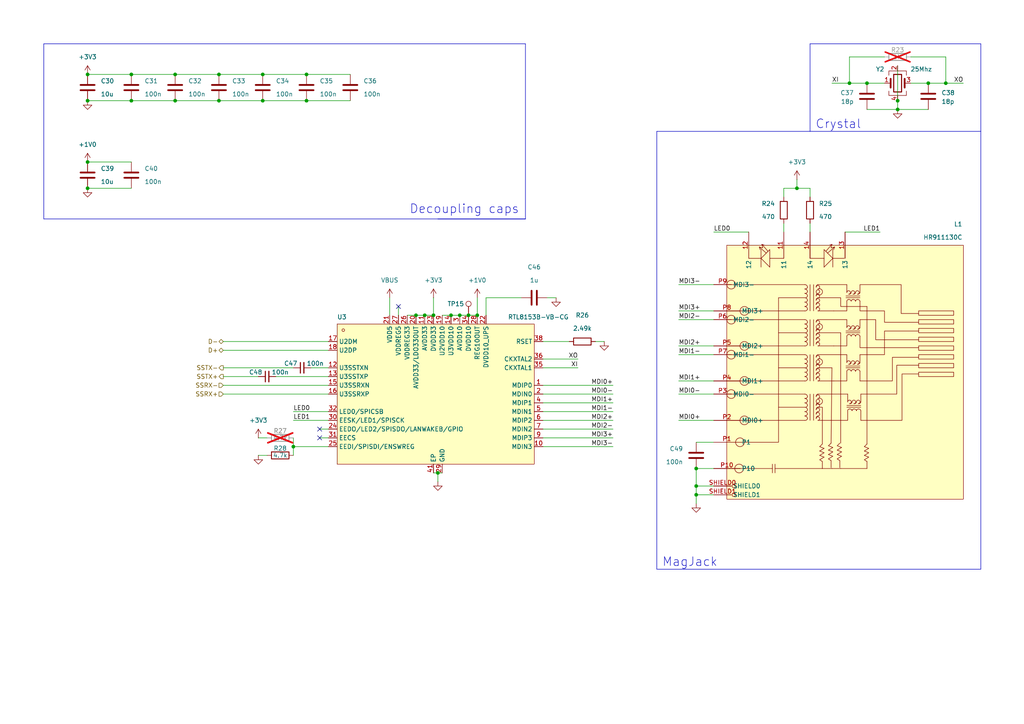
<source format=kicad_sch>
(kicad_sch (version 20250114) (generator "eeschema") (generator_version "9.0")
  (paper "A4")
  (lib_symbols
    (symbol "Connector:TestPoint" (pin_numbers (hide yes)) (pin_names (offset 0.762) (hide yes))
      (property "Reference" "TP" (at 0 6.858 0))
      (property "Value" "TestPoint" (at 0 5.08 0))
      (symbol "TestPoint_0_1"
        (circle (center 0 3.302) (radius 0.762))
      )
      (symbol "TestPoint_1_1"
        (pin passive line (at 0 0 90) (length 2.54) (name "1") (number "1"))
      )
    )
    (symbol "Device:C" (pin_numbers (hide yes)) (pin_names (offset 0.254))
      (property "Reference" "C" (at 0.635 2.54 0))
      (property "Value" "C" (at 0.635 -2.54 0))
      (symbol "C_0_1"
        (polyline (pts (xy -2.032 0.762) (xy 2.032 0.762)) (stroke (width 0.508)))
        (polyline (pts (xy -2.032 -0.762) (xy 2.032 -0.762)) (stroke (width 0.508)))
      )
      (symbol "C_1_1"
        (pin passive line (at 0 3.81 270) (length 2.794) (name "~") (number "1"))
        (pin passive line (at 0 -3.81 90) (length 2.794) (name "~") (number "2"))
      )
    )
    (symbol "Device:C_Small" (pin_numbers (hide yes)) (pin_names (offset 0.254) (hide yes))
      (property "Reference" "C" (at 0.254 1.778 0))
      (property "Value" "C_Small" (at 0.254 -2.032 0))
      (symbol "C_Small_0_1"
        (polyline (pts (xy -1.524 0.508) (xy 1.524 0.508)) (stroke (width 0.3048)))
        (polyline (pts (xy -1.524 -0.508) (xy 1.524 -0.508)) (stroke (width 0.3302)))
      )
      (symbol "C_Small_1_1"
        (pin passive line (at 0 2.54 270) (length 2.032) (name "~") (number "1"))
        (pin passive line (at 0 -2.54 90) (length 2.032) (name "~") (number "2"))
      )
    )
    (symbol "Device:Crystal_GND24" (pin_names (offset 1.016) (hide yes))
      (property "Reference" "Y" (at 3.175 5.08 0))
      (property "Value" "Crystal_GND24" (at 3.175 3.175 0))
      (symbol "Crystal_GND24_0_1"
        (polyline (pts (xy -2.54 2.286) (xy -2.54 3.556) (xy 2.54 3.556) (xy 2.54 2.286)))
        (polyline (pts (xy -2.54 0) (xy -2.032 0)))
        (polyline (pts (xy -2.54 -2.286) (xy -2.54 -3.556) (xy 2.54 -3.556) (xy 2.54 -2.286)))
        (polyline (pts (xy -2.032 -1.27) (xy -2.032 1.27)) (stroke (width 0.508)))
        (rectangle (start -1.143 2.54) (end 1.143 -2.54) (stroke (width 0.3048)))
        (polyline (pts (xy 0 3.556) (xy 0 3.81)))
        (polyline (pts (xy 0 -3.81) (xy 0 -3.556)))
        (polyline (pts (xy 2.032 0) (xy 2.54 0)))
        (polyline (pts (xy 2.032 -1.27) (xy 2.032 1.27)) (stroke (width 0.508)))
      )
      (symbol "Crystal_GND24_1_1"
        (pin passive line (at -3.81 0 0) (length 1.27) (name "1") (number "1"))
        (pin passive line (at 0 5.08 270) (length 1.27) (name "2") (number "2"))
        (pin passive line (at 0 -5.08 90) (length 1.27) (name "4") (number "4"))
        (pin passive line (at 3.81 0 180) (length 1.27) (name "3") (number "3"))
      )
    )
    (symbol "Device:R" (pin_numbers (hide yes)) (pin_names (offset 0))
      (property "Reference" "R" (at 2.032 0 90))
      (property "Value" "R" (at 0 0 90))
      (symbol "R_0_1"
        (rectangle (start -1.016 -2.54) (end 1.016 2.54) (stroke (width 0.254)))
      )
      (symbol "R_1_1"
        (pin passive line (at 0 3.81 270) (length 1.27) (name "~") (number "1"))
        (pin passive line (at 0 -3.81 90) (length 1.27) (name "~") (number "2"))
      )
    )
    (symbol "easyeda2kicad:HR911130C"
      (property "Reference" "L" (at 0 43.18 0))
      (property "Value" "HR911130C" (at 0 -43.18 0))
      (symbol "HR911130C_0_1"
        (rectangle (start -29.21 34.29) (end 39.37 -39.37) (fill (type background)))
        (circle (center -27.94 22.86) (radius 1.27))
        (circle (center -27.94 12.7) (radius 1.27))
        (circle (center -27.94 2.54) (radius 1.27))
        (circle (center -27.94 -8.89) (radius 1.27))
        (circle (center -27.18 -35.56) (radius 0.51))
        (circle (center -27.18 -38.1) (radius 0.51))
        (circle (center -25.65 -30.48) (radius 1.27))
        (circle (center -25.4 -22.86) (radius 1.27))
        (circle (center -24.13 15.24) (radius 1.27))
        (circle (center -24.13 5.08) (radius 1.27))
        (circle (center -24.13 -5.08) (radius 1.27))
        (circle (center -24.13 -16.51) (radius 1.27))
        (polyline (pts (xy -19.81 33.78) (xy -19.56 33.02)))
        (polyline (pts (xy -19.81 33.78) (xy -18.8 33.53)))
        (polyline (pts (xy -19.3 33.02) (xy -19.3 30.48)))
        (polyline (pts (xy -19.3 30.48) (xy -22.86 30.48)))
        (polyline (pts (xy -19.3 30.48) (xy -19.3 27.94)))
        (polyline (pts (xy -19.3 30.48) (xy -17.78 32)))
        (polyline (pts (xy -19.05 34.54) (xy -18.8 33.53)))
        (polyline (pts (xy -19.05 34.54) (xy -18.29 34.29)))
        (polyline (pts (xy -17.78 32) (xy -19.81 33.78)))
        (polyline (pts (xy -17.78 32) (xy -17.27 32.51)))
        (polyline (pts (xy -17.27 32.51) (xy -19.05 34.54)))
        (polyline (pts (xy -17.27 32.51) (xy -16.76 33.02)))
        (polyline (pts (xy -16.76 33.02) (xy -16.76 30.48)))
        (polyline (pts (xy -16.76 30.48) (xy -16.76 27.94)))
        (polyline (pts (xy -16.76 30.48) (xy -12.7 30.48)))
        (polyline (pts (xy -16.76 27.94) (xy -19.3 30.48)))
        (polyline (pts (xy -16 -29.21) (xy -16 -31.75)))
        (polyline (pts (xy -16 -30.48) (xy -25.4 -30.48)))
        (polyline (pts (xy -15.24 -29.21) (xy -15.24 -31.75)))
        (polyline (pts (xy -14.22 19.05) (xy -14.22 -22.86) (xy -25.4 -22.86)))
        (arc (start -5.84 17.02) (mid -6.1536 16.666) (end -6.6 16.51))
        (arc (start -5.84 6.86) (mid -6.1536 6.506) (end -6.6 6.35))
        (arc (start -5.84 -3.3) (mid -6.1536 -3.654) (end -6.6 -3.81))
        (arc (start -5.84 -14.73) (mid -6.1536 -15.084) (end -6.6 -15.24))
        (polyline (pts (xy -6.6 22.86) (xy -27.94 22.86)))
        (polyline (pts (xy -6.6 19.05) (xy -14.22 19.05)))
        (polyline (pts (xy -6.6 15.24) (xy -25.4 15.24)))
        (polyline (pts (xy -6.6 12.7) (xy -27.94 12.7)))
        (polyline (pts (xy -6.6 8.89) (xy -14.22 8.89)))
        (polyline (pts (xy -6.6 5.08) (xy -25.4 5.08)))
        (polyline (pts (xy -6.6 2.54) (xy -27.94 2.54)))
        (polyline (pts (xy -6.6 -1.27) (xy -14.22 -1.27)))
        (polyline (pts (xy -6.6 -5.08) (xy -25.4 -5.08)))
        (polyline (pts (xy -6.6 -8.89) (xy -27.94 -8.89)))
        (polyline (pts (xy -6.6 -12.7) (xy -14.22 -12.7)))
        (polyline (pts (xy -6.6 -16.51) (xy -25.4 -16.51)))
        (arc (start -6.6 22.86) (mid -6.0601 22.6399) (end -5.84 22.1))
        (arc (start -6.6 21.59) (mid -6.0601 21.3699) (end -5.84 20.83))
        (arc (start -6.6 20.32) (mid -6.0601 20.0999) (end -5.84 19.56))
        (arc (start -6.6 19.05) (mid -6.0601 18.8299) (end -5.84 18.29))
        (arc (start -6.6 17.78) (mid -6.0601 17.5599) (end -5.84 17.02))
        (arc (start -6.6 16.51) (mid -6.0601 16.2899) (end -5.84 15.75))
        (arc (start -6.6 12.7) (mid -6.0601 12.4799) (end -5.84 11.94))
        (arc (start -6.6 11.43) (mid -6.0601 11.2099) (end -5.84 10.67))
        (arc (start -6.6 10.16) (mid -6.0601 9.9399) (end -5.84 9.4))
        (arc (start -6.6 8.89) (mid -6.0601 8.6699) (end -5.84 8.13))
        (arc (start -6.6 7.62) (mid -6.0601 7.3999) (end -5.84 6.86))
        (arc (start -6.6 6.35) (mid -6.0601 6.1299) (end -5.84 5.59))
        (arc (start -6.6 2.54) (mid -6.0601 2.3199) (end -5.84 1.78))
        (arc (start -6.6 1.27) (mid -6.0601 1.0499) (end -5.84 0.51))
        (arc (start -6.6 0) (mid -6.0601 -0.2201) (end -5.84 -0.76))
        (arc (start -6.6 -1.27) (mid -6.0601 -1.4901) (end -5.84 -2.03))
        (arc (start -6.6 -2.54) (mid -6.0601 -2.7601) (end -5.84 -3.3))
        (arc (start -6.6 -3.81) (mid -6.0601 -4.0301) (end -5.84 -4.57))
        (arc (start -6.6 -8.89) (mid -6.0601 -9.1101) (end -5.84 -9.65))
        (arc (start -6.6 -10.16) (mid -6.0601 -10.3801) (end -5.84 -10.92))
        (arc (start -6.6 -11.43) (mid -6.0601 -11.6501) (end -5.84 -12.19))
        (arc (start -6.6 -12.7) (mid -6.0601 -12.9201) (end -5.84 -13.46))
        (arc (start -6.6 -13.97) (mid -6.0601 -14.1901) (end -5.84 -14.73))
        (arc (start -6.6 -15.24) (mid -6.0601 -15.4601) (end -5.84 -16))
        (arc (start -5.84 22.1) (mid -6.1141 21.6871) (end -6.6 21.59))
        (arc (start -5.84 20.83) (mid -6.1141 20.4171) (end -6.6 20.32))
        (arc (start -5.84 19.56) (mid -6.1141 19.1471) (end -6.6 19.05))
        (arc (start -5.84 18.29) (mid -6.1141 17.8771) (end -6.6 17.78))
        (arc (start -5.84 15.75) (mid -6.1141 15.3371) (end -6.6 15.24))
        (arc (start -5.84 11.94) (mid -6.1141 11.5271) (end -6.6 11.43))
        (arc (start -5.84 10.67) (mid -6.1141 10.2571) (end -6.6 10.16))
        (arc (start -5.84 9.4) (mid -6.1141 8.9871) (end -6.6 8.89))
        (arc (start -5.84 8.13) (mid -6.1141 7.7171) (end -6.6 7.62))
        (arc (start -5.84 5.59) (mid -6.1141 5.1771) (end -6.6 5.08))
        (arc (start -5.84 1.78) (mid -6.1141 1.3671) (end -6.6 1.27))
        (arc (start -5.84 0.51) (mid -6.1141 0.0971) (end -6.6 0))
        (arc (start -5.84 -0.76) (mid -6.1141 -1.1729) (end -6.6 -1.27))
        (arc (start -5.84 -2.03) (mid -6.1141 -2.4429) (end -6.6 -2.54))
        (arc (start -5.84 -4.57) (mid -6.1141 -4.9829) (end -6.6 -5.08))
        (arc (start -5.84 -9.65) (mid -6.1141 -10.0629) (end -6.6 -10.16))
        (arc (start -5.84 -10.92) (mid -6.1141 -11.3329) (end -6.6 -11.43))
        (arc (start -5.84 -12.19) (mid -6.1141 -12.6029) (end -6.6 -12.7))
        (arc (start -5.84 -13.46) (mid -6.1141 -13.8729) (end -6.6 -13.97))
        (arc (start -5.84 -16) (mid -6.1141 -16.4129) (end -6.6 -16.51))
        (polyline (pts (xy -5.08 22.86) (xy -5.08 15.24)))
        (polyline (pts (xy -5.08 12.7) (xy -5.08 5.08)))
        (polyline (pts (xy -5.08 2.54) (xy -5.08 -5.08)))
        (polyline (pts (xy -5.08 -8.89) (xy -5.08 -16.51)))
        (polyline (pts (xy -4.06 22.86) (xy -4.06 15.24)))
        (polyline (pts (xy -4.06 12.7) (xy -4.06 5.08)))
        (polyline (pts (xy -4.06 2.54) (xy -4.06 -5.08)))
        (polyline (pts (xy -4.06 -8.89) (xy -4.06 -16.51)))
        (polyline (pts (xy -3.05 -12.7) (xy -1.52 -12.7)))
        (arc (start -3.3 22.1) (mid -2.53 22.53) (end -2.79 21.59))
        (arc (start -3.3 20.83) (mid -2.53 21.26) (end -2.79 20.32))
        (arc (start -3.3 19.56) (mid -2.53 19.99) (end -2.79 19.05))
        (arc (start -3.3 18.29) (mid -2.53 18.72) (end -2.79 17.78))
        (arc (start -3.3 17.02) (mid -2.53 17.45) (end -2.79 16.51))
        (arc (start -3.3 15.75) (mid -2.53 16.18) (end -2.79 15.24))
        (arc (start -3.3 11.94) (mid -2.53 12.37) (end -2.79 11.43))
        (arc (start -3.3 10.67) (mid -2.53 11.1) (end -2.79 10.16))
        (arc (start -3.3 9.4) (mid -2.53 9.83) (end -2.79 8.89))
        (arc (start -3.3 8.13) (mid -2.53 8.56) (end -2.79 7.62))
        (arc (start -3.3 6.86) (mid -2.53 7.29) (end -2.79 6.35))
        (arc (start -3.3 5.59) (mid -2.53 6.02) (end -2.79 5.08))
        (arc (start -3.3 1.78) (mid -2.53 2.21) (end -2.79 1.27))
        (arc (start -3.3 0.51) (mid -2.53 0.94) (end -2.79 0))
        (arc (start -3.3 -0.76) (mid -2.53 -0.33) (end -2.79 -1.27))
        (arc (start -3.3 -2.03) (mid -2.53 -1.6) (end -2.79 -2.54))
        (arc (start -3.3 -3.3) (mid -2.53 -2.87) (end -2.79 -3.81))
        (arc (start -3.3 -4.57) (mid -2.53 -4.14) (end -2.79 -5.08))
        (arc (start -3.3 -9.65) (mid -2.53 -9.22) (end -2.79 -10.16))
        (arc (start -3.3 -10.92) (mid -2.53 -10.49) (end -2.79 -11.43))
        (arc (start -3.3 -12.19) (mid -2.53 -11.76) (end -2.79 -12.7))
        (arc (start -3.3 -13.46) (mid -2.53 -13.03) (end -2.79 -13.97))
        (arc (start -3.3 -14.73) (mid -2.53 -14.3) (end -2.79 -15.24))
        (arc (start -3.3 -16) (mid -2.53 -15.57) (end -2.79 -16.51))
        (polyline (pts (xy -2.79 19.05) (xy 3.81 19.05) (xy 3.81 16.51) (xy 11.43 16.51)))
        (polyline (pts (xy -2.79 15.24) (xy 1.78 15.24)))
        (polyline (pts (xy -2.79 8.89) (xy 3.81 8.89)))
        (polyline (pts (xy -2.79 5.08) (xy 1.78 5.08)))
        (polyline (pts (xy -2.79 -1.27) (xy 1.27 -1.27)))
        (polyline (pts (xy -2.79 -5.08) (xy 1.78 -5.08)))
        (polyline (pts (xy -2.79 -16.51) (xy 5.84 -16.51) (xy 5.84 -13.72)))
        (arc (start -3.3 22.1) (mid -3.2032 22.5862) (end -2.79 22.86))
        (arc (start -3.3 19.56) (mid -3.2032 20.0462) (end -2.79 20.32))
        (arc (start -3.3 18.29) (mid -3.2032 18.7762) (end -2.79 19.05))
        (arc (start -3.3 17.02) (mid -3.2032 17.5062) (end -2.79 17.78))
        (arc (start -3.3 15.75) (mid -3.2032 16.2362) (end -2.79 16.51))
        (arc (start -3.3 11.94) (mid -3.2032 12.4262) (end -2.79 12.7))
        (arc (start -3.3 9.4) (mid -3.2032 9.8862) (end -2.79 10.16))
        (arc (start -3.3 8.13) (mid -3.2032 8.6162) (end -2.79 8.89))
        (arc (start -3.3 6.86) (mid -3.2032 7.3462) (end -2.79 7.62))
        (arc (start -3.3 5.59) (mid -3.2032 6.0762) (end -2.79 6.35))
        (arc (start -3.3 1.78) (mid -3.2032 2.2662) (end -2.79 2.54))
        (arc (start -3.3 -0.76) (mid -3.2032 -0.2738) (end -2.79 0))
        (arc (start -3.3 -2.03) (mid -3.2032 -1.5438) (end -2.79 -1.27))
        (arc (start -3.3 -3.3) (mid -3.2032 -2.8138) (end -2.79 -2.54))
        (arc (start -3.3 -4.57) (mid -3.2032 -4.0838) (end -2.79 -3.81))
        (arc (start -3.3 -9.65) (mid -3.2032 -9.1638) (end -2.79 -8.89))
        (arc (start -3.3 -12.19) (mid -3.2032 -11.7038) (end -2.79 -11.43))
        (arc (start -3.3 -13.46) (mid -3.2032 -12.9738) (end -2.79 -12.7))
        (arc (start -3.3 -14.73) (mid -3.2032 -14.2438) (end -2.79 -13.97))
        (arc (start -3.3 -16) (mid -3.2032 -15.5138) (end -2.79 -15.24))
        (arc (start -2.79 21.59) (mid -2.24 19.87) (end -3.3 20.83))
        (arc (start -2.79 11.43) (mid -2.24 9.71) (end -3.3 10.67))
        (arc (start -2.79 1.27) (mid -2.24 -0.45) (end -3.3 0.51))
        (arc (start -2.79 -10.16) (mid -2.24 -11.88) (end -3.3 -10.92))
        (polyline (pts (xy -2.29 -24.13) (xy -1.02 -24.64)))
        (polyline (pts (xy -2.29 -25.4) (xy -1.02 -25.91)))
        (polyline (pts (xy -2.29 -26.67) (xy -1.02 -27.18)))
        (polyline (pts (xy -2.29 -27.94) (xy -1.52 -28.45)))
        (polyline (pts (xy -1.52 -12.7) (xy -1.52 -23.37)))
        (polyline (pts (xy -1.52 -23.37) (xy -2.29 -24.13)))
        (polyline (pts (xy -1.52 -28.45) (xy -1.52 -30.48)))
        (polyline (pts (xy -1.52 -30.48) (xy -15.24 -30.48)))
        (polyline (pts (xy -1.02 33.02) (xy -1.02 30.48)))
        (polyline (pts (xy -1.02 30.48) (xy -5.08 30.48)))
        (polyline (pts (xy -1.02 30.48) (xy -1.02 27.94)))
        (polyline (pts (xy -1.02 27.94) (xy 1.52 30.48)))
        (polyline (pts (xy -1.02 -24.64) (xy -2.29 -25.4)))
        (polyline (pts (xy -1.02 -25.91) (xy -2.29 -26.67)))
        (polyline (pts (xy -1.02 -27.18) (xy -2.29 -27.94)))
        (polyline (pts (xy -0.51 32.51) (xy -1.02 33.02)))
        (polyline (pts (xy -0.51 32.51) (xy 1.27 34.54)))
        (polyline (pts (xy 0 32) (xy -0.51 32.51)))
        (polyline (pts (xy 0 32) (xy 2.03 33.78)))
        (polyline (pts (xy 0.25 -23.88) (xy 1.52 -24.38)))
        (polyline (pts (xy 0.25 -25.15) (xy 1.52 -25.65)))
        (polyline (pts (xy 0.25 -26.42) (xy 1.52 -26.92)))
        (polyline (pts (xy 0.25 -27.69) (xy 1.02 -28.19)))
        (polyline (pts (xy 1.02 -23.11) (xy 0.25 -23.88)))
        (polyline (pts (xy 1.02 -28.19) (xy 1.02 -30.23)))
        (polyline (pts (xy 1.27 34.54) (xy 0.51 34.29)))
        (polyline (pts (xy 1.27 34.54) (xy 1.02 33.53)))
        (polyline (pts (xy 1.27 -1.27) (xy 1.02 -23.11)))
        (polyline (pts (xy 1.27 -30.48) (xy -1.52 -30.48)))
        (polyline (pts (xy 1.52 33.02) (xy 1.52 30.48)))
        (polyline (pts (xy 1.52 30.48) (xy 0 32)))
        (polyline (pts (xy 1.52 30.48) (xy 1.52 27.94)))
        (polyline (pts (xy 1.52 30.48) (xy 4.83 30.48)))
        (polyline (pts (xy 1.52 -24.38) (xy 0.25 -25.15)))
        (polyline (pts (xy 1.52 -25.65) (xy 0.25 -26.42)))
        (polyline (pts (xy 1.52 -26.92) (xy 0.25 -27.69)))
        (polyline (pts (xy 1.78 15.24) (xy 5.59 15.24) (xy 5.59 18.03)))
        (polyline (pts (xy 1.78 5.08) (xy 5.59 5.08) (xy 5.59 7.87)))
        (polyline (pts (xy 1.78 -5.08) (xy 5.59 -5.08) (xy 5.59 -2.29)))
        (polyline (pts (xy 2.03 33.78) (xy 1.02 33.53)))
        (polyline (pts (xy 2.03 33.78) (xy 1.78 33.02)))
        (polyline (pts (xy 2.79 -23.88) (xy 4.06 -24.38)))
        (polyline (pts (xy 2.79 -25.15) (xy 4.06 -25.65)))
        (polyline (pts (xy 2.79 -26.42) (xy 4.06 -26.92)))
        (polyline (pts (xy 2.79 -27.69) (xy 3.56 -28.19)))
        (polyline (pts (xy 3.56 -23.11) (xy 2.79 -23.88)))
        (polyline (pts (xy 3.56 -28.19) (xy 3.56 -30.23)))
        (polyline (pts (xy 3.81 8.89) (xy 3.81 -23.11)))
        (polyline (pts (xy 3.81 -30.48) (xy 1.27 -30.48)))
        (polyline (pts (xy 4.06 -24.38) (xy 2.79 -25.15)))
        (polyline (pts (xy 4.06 -25.65) (xy 2.79 -26.42)))
        (polyline (pts (xy 4.06 -26.92) (xy 2.79 -27.69)))
        (polyline (pts (xy 5.33 19.56) (xy 9.4 19.56)))
        (polyline (pts (xy 5.33 19.05) (xy 9.4 19.05)))
        (polyline (pts (xy 5.33 9.4) (xy 9.4 9.4)))
        (polyline (pts (xy 5.33 8.89) (xy 9.4 8.89)))
        (polyline (pts (xy 5.33 -0.76) (xy 9.4 -0.76)))
        (polyline (pts (xy 5.33 -1.27) (xy 9.4 -1.27)))
        (polyline (pts (xy 5.59 22.86) (xy -2.79 22.86)))
        (polyline (pts (xy 5.59 20.57) (xy 5.59 22.86)))
        (polyline (pts (xy 5.59 12.7) (xy -2.79 12.7)))
        (polyline (pts (xy 5.59 10.41) (xy 5.59 12.7)))
        (polyline (pts (xy 5.59 2.54) (xy -2.79 2.54)))
        (polyline (pts (xy 5.59 0.25) (xy 5.59 2.54)))
        (polyline (pts (xy 5.59 -12.19) (xy 9.65 -12.19)))
        (polyline (pts (xy 5.59 -12.7) (xy 9.65 -12.7)))
        (polyline (pts (xy 5.84 -8.89) (xy -2.79 -8.89)))
        (polyline (pts (xy 5.84 -11.18) (xy 5.84 -8.89)))
        (arc (start 5.59 20.57) (mid 6.4571 20.9442) (end 6.1 20.07))
        (arc (start 5.59 18.03) (mid 5.7394 18.3906) (end 6.1 18.54))
        (arc (start 5.59 10.41) (mid 6.4571 10.7842) (end 6.1 9.91))
        (arc (start 5.59 7.87) (mid 5.7394 8.2306) (end 6.1 8.38))
        (arc (start 5.59 0.25) (mid 6.4571 0.6242) (end 6.1 -0.25))
        (arc (start 5.59 -2.29) (mid 5.7394 -1.9294) (end 6.1 -1.78))
        (arc (start 6.1 18.54) (mid 6.5836 18.4402) (end 6.86 18.03))
        (arc (start 6.1 8.38) (mid 6.5836 8.2802) (end 6.86 7.87))
        (arc (start 6.1 -1.78) (mid 6.5836 -1.8798) (end 6.86 -2.29))
        (arc (start 6.86 20.57) (mid 6.57 20.15) (end 6.1 20.07))
        (arc (start 6.86 10.41) (mid 6.57 9.99) (end 6.1 9.91))
        (arc (start 6.86 0.25) (mid 6.57 -0.17) (end 6.1 -0.25))
        (arc (start 5.84 -11.18) (mid 6.7244 -10.7885) (end 6.35 -11.68))
        (arc (start 5.84 -13.72) (mid 5.9922 -13.3622) (end 6.35 -13.21))
        (arc (start 6.35 -13.21) (mid 6.8336 -13.3098) (end 7.11 -13.72))
        (arc (start 7.11 -11.18) (mid 6.82 -11.6) (end 6.35 -11.68))
        (arc (start 6.86 20.57) (mid 7.7271 20.9442) (end 7.37 20.07))
        (arc (start 6.86 18.03) (mid 7.0094 18.3906) (end 7.37 18.54))
        (arc (start 6.86 10.41) (mid 7.7271 10.7842) (end 7.37 9.91))
        (arc (start 6.86 7.87) (mid 7.0094 8.2306) (end 7.37 8.38))
        (arc (start 6.86 0.25) (mid 7.7271 0.6242) (end 7.37 -0.25))
        (arc (start 6.86 -2.29) (mid 7.0094 -1.9294) (end 7.37 -1.78))
        (arc (start 7.37 18.54) (mid 7.8536 18.4402) (end 8.13 18.03))
        (arc (start 7.37 8.38) (mid 7.8536 8.2802) (end 8.13 7.87))
        (arc (start 7.37 -1.78) (mid 7.8536 -1.8798) (end 8.13 -2.29))
        (arc (start 8.13 20.57) (mid 7.84 20.15) (end 7.37 20.07))
        (arc (start 8.13 10.41) (mid 7.84 9.99) (end 7.37 9.91))
        (arc (start 8.13 0.25) (mid 7.84 -0.17) (end 7.37 -0.25))
        (arc (start 7.11 -11.18) (mid 7.9944 -10.7885) (end 7.62 -11.68))
        (arc (start 7.11 -13.72) (mid 7.2622 -13.3622) (end 7.62 -13.21))
        (arc (start 7.62 -13.21) (mid 8.1036 -13.3098) (end 8.38 -13.72))
        (arc (start 8.38 -11.18) (mid 8.09 -11.6) (end 7.62 -11.68))
        (arc (start 8.13 20.57) (mid 8.9971 20.9442) (end 8.64 20.07))
        (arc (start 8.13 18.03) (mid 8.2794 18.3906) (end 8.64 18.54))
        (arc (start 8.13 10.41) (mid 8.9971 10.7842) (end 8.64 9.91))
        (arc (start 8.13 7.87) (mid 8.2794 8.2306) (end 8.64 8.38))
        (arc (start 8.13 0.25) (mid 8.9971 0.6242) (end 8.64 -0.25))
        (arc (start 8.13 -2.29) (mid 8.2794 -1.9294) (end 8.64 -1.78))
        (arc (start 8.64 18.54) (mid 9.1236 18.4402) (end 9.4 18.03))
        (arc (start 8.64 8.38) (mid 9.1236 8.2802) (end 9.4 7.87))
        (arc (start 8.64 -1.78) (mid 9.1236 -1.8798) (end 9.4 -2.29))
        (arc (start 9.4 20.57) (mid 9.11 20.15) (end 8.64 20.07))
        (arc (start 9.4 10.41) (mid 9.11 9.99) (end 8.64 9.91))
        (arc (start 9.4 0.25) (mid 9.11 -0.17) (end 8.64 -0.25))
        (arc (start 8.38 -11.18) (mid 9.2644 -10.7885) (end 8.89 -11.68))
        (arc (start 8.38 -13.72) (mid 8.5322 -13.3622) (end 8.89 -13.21))
        (arc (start 8.89 -13.21) (mid 9.3736 -13.3098) (end 9.65 -13.72))
        (arc (start 9.65 -11.18) (mid 9.36 -11.6) (end 8.89 -11.68))
        (polyline (pts (xy 9.4 18.03) (xy 9.4 15.24) (xy 16.51 15.24) (xy 16.51 11.94) (xy 26.42 11.94)))
        (polyline (pts (xy 9.4 12.7) (xy 9.4 10.41)))
        (polyline (pts (xy 9.4 12.7) (xy 13.97 12.7) (xy 13.97 6.86) (xy 26.42 6.86)))
        (polyline (pts (xy 9.4 7.87) (xy 9.4 4.57) (xy 26.42 4.57)))
        (polyline (pts (xy 9.4 2.54) (xy 9.4 0.25)))
        (polyline (pts (xy 9.4 -2.29) (xy 9.4 -5.08)))
        (polyline (pts (xy 9.65 -8.89) (xy 9.65 -11.18)))
        (polyline (pts (xy 9.65 -13.72) (xy 9.65 -16.51)))
        (polyline (pts (xy 10.67 -24.13) (xy 11.94 -24.64)))
        (polyline (pts (xy 10.67 -25.4) (xy 11.94 -25.91)))
        (polyline (pts (xy 10.67 -26.67) (xy 11.94 -27.18)))
        (polyline (pts (xy 10.67 -27.94) (xy 11.43 -28.45)))
        (polyline (pts (xy 11.43 16.51) (xy 11.43 -23.37)))
        (polyline (pts (xy 11.43 -23.37) (xy 10.67 -24.13)))
        (polyline (pts (xy 11.43 -28.45) (xy 11.43 -30.48)))
        (polyline (pts (xy 11.43 -30.48) (xy 3.81 -30.48)))
        (polyline (pts (xy 11.94 -24.64) (xy 10.67 -25.4)))
        (polyline (pts (xy 11.94 -25.91) (xy 10.67 -26.67)))
        (polyline (pts (xy 11.94 -27.18) (xy 10.67 -27.94)))
        (rectangle (start 26.42 15.24) (end 36.58 13.97) (fill (type background)))
        (polyline (pts (xy 26.42 14.48) (xy 21.34 14.48) (xy 21.34 22.86) (xy 9.4 22.86) (xy 9.4 20.57)))
        (rectangle (start 26.42 12.7) (end 36.58 11.43) (fill (type background)))
        (rectangle (start 26.42 10.16) (end 36.58 8.89) (fill (type background)))
        (polyline (pts (xy 26.42 9.4) (xy 16.51 9.4) (xy 16.51 2.54) (xy 9.4 2.54)))
        (rectangle (start 26.42 7.62) (end 36.58 6.35) (fill (type background)))
        (rectangle (start 26.42 5.08) (end 36.58 3.81) (fill (type background)))
        (rectangle (start 26.42 2.54) (end 36.58 1.27) (fill (type background)))
        (polyline (pts (xy 26.42 1.78) (xy 18.8 1.78) (xy 18.8 -5.08) (xy 9.4 -5.08)))
        (rectangle (start 26.42 0) (end 36.58 -1.27) (fill (type background)))
        (polyline (pts (xy 26.42 -0.51) (xy 20.07 -0.51) (xy 20.07 -8.89) (xy 9.65 -8.89)))
        (rectangle (start 26.42 -2.54) (end 36.58 -3.81) (fill (type background)))
        (polyline (pts (xy 26.42 -3.05) (xy 21.59 -3.05) (xy 21.59 -16.51) (xy 9.65 -16.51)))
        (pin unspecified line (at -33.02 22.86 0) (length 5.08) (name "MDI3-") (number "P9"))
        (pin unspecified line (at -33.02 15.24 0) (length 7.62) (name "MDI3+") (number "P8"))
        (pin unspecified line (at -33.02 12.7 0) (length 5.08) (name "MDI2-") (number "P6"))
        (pin unspecified line (at -33.02 5.08 0) (length 7.62) (name "MDI2+") (number "P5"))
        (pin unspecified line (at -33.02 2.54 0) (length 5.08) (name "MDI1-") (number "P7"))
        (pin unspecified line (at -33.02 -5.08 0) (length 7.62) (name "MDI1+") (number "P4"))
        (pin unspecified line (at -33.02 -8.89 0) (length 5.08) (name "MDI0-") (number "P3"))
        (pin unspecified line (at -33.02 -16.51 0) (length 7.62) (name "MDI0+") (number "P2"))
        (pin unspecified line (at -33.02 -22.86 0) (length 7.62) (name "P1") (number "P1"))
        (pin unspecified line (at -33.02 -30.48 0) (length 7.62) (name "P10") (number "P10"))
        (pin unspecified line (at -33.02 -35.56 0) (length 5.08) (name "SHIELD0") (number "SHIELD0"))
        (pin unspecified line (at -33.02 -38.1 0) (length 5.08) (name "SHIELD1") (number "SHIELD1"))
        (pin unspecified line (at -22.86 38.1 270) (length 7.62) (name "12") (number "12"))
        (pin unspecified line (at -12.7 38.1 270) (length 7.62) (name "11") (number "11"))
        (pin unspecified line (at -5.08 38.1 270) (length 7.62) (name "14") (number "14"))
        (pin unspecified line (at 5.08 38.1 270) (length 7.62) (name "13") (number "13"))
      )
    )
    (symbol "easyeda2kicad:RTL8153B-VB-CG"
      (property "Reference" "U" (at -28.702 21.59 0))
      (property "Value" "RTL8153B-VB-CG" (at 22.86 21.59 0))
      (symbol "RTL8153B-VB-CG_0_1"
        (rectangle (start -29.21 20.32) (end 27.94 -20.32) (fill (type background)))
        (circle (center -27.432 18.542) (radius 0.38))
        (pin unspecified line (at -31.75 15.24 0) (length 2.54) (name "U2DM") (number "17"))
        (pin unspecified line (at -31.75 12.7 0) (length 2.54) (name "U2DP") (number "18"))
        (pin unspecified line (at -31.75 7.62 0) (length 2.54) (name "U3SSTXN") (number "12"))
        (pin unspecified line (at -31.75 5.08 0) (length 2.54) (name "U3SSTXP") (number "13"))
        (pin unspecified line (at -31.75 2.54 0) (length 2.54) (name "U3SSRXN") (number "15"))
        (pin unspecified line (at -31.75 0 0) (length 2.54) (name "U3SSRXP") (number "16"))
        (pin unspecified line (at -31.75 -5.08 0) (length 2.54) (name "LED0/SPICSB") (number "32"))
        (pin unspecified line (at -31.75 -7.62 0) (length 2.54) (name "EESK/LED1/SPISCK") (number "30"))
        (pin unspecified line (at -31.75 -10.16 0) (length 2.54) (name "EEDO/LED2/SPISDO/LANWAKEB/GPIO") (number "24"))
        (pin unspecified line (at -31.75 -12.7 0) (length 2.54) (name "EECS") (number "31"))
        (pin unspecified line (at -31.75 -15.24 0) (length 2.54) (name "EEDI/SPISDI/ENSWREG") (number "25"))
        (pin unspecified line (at -13.97 22.86 270) (length 2.54) (name "VDD5") (number "21"))
        (pin unspecified line (at -11.43 22.86 270) (length 2.54) (name "VDDREG5") (number "27"))
        (pin unspecified line (at -8.89 22.86 270) (length 2.54) (name "VDDREG33") (number "26"))
        (pin unspecified line (at -6.35 22.86 270) (length 2.54) (name "AVDD33/LDO33OUT") (number "20"))
        (pin unspecified line (at -3.81 22.86 270) (length 2.54) (name "AVDD33") (number "11"))
        (pin unspecified line (at -3.81 22.86 270) (length 2.54) (hide yes) (name "AVDD33") (number "39"))
        (pin unspecified line (at -3.81 22.86 270) (length 2.54) (hide yes) (name "AVDD33") (number "40"))
        (pin unspecified line (at -1.27 22.86 270) (length 2.54) (name "DVDD33") (number "23"))
        (pin unspecified line (at -1.27 22.86 270) (length 2.54) (hide yes) (name "DVDD33") (number "33"))
        (pin unspecified line (at -1.27 -22.86 90) (length 2.54) (name "EP") (number "41"))
        (pin unspecified line (at 1.27 22.86 270) (length 2.54) (name "U2VDD10") (number "19"))
        (pin unspecified line (at 1.27 -22.86 90) (length 2.54) (name "GND") (number "29"))
        (pin unspecified line (at 3.81 22.86 270) (length 2.54) (name "U3VDD10") (number "14"))
        (pin unspecified line (at 6.35 22.86 270) (length 2.54) (name "AVDD10") (number "3"))
        (pin unspecified line (at 6.35 22.86 270) (length 2.54) (hide yes) (name "AVDD10") (number "37"))
        (pin unspecified line (at 6.35 22.86 270) (length 2.54) (hide yes) (name "AVDD10") (number "8"))
        (pin unspecified line (at 8.89 22.86 270) (length 2.54) (name "DVDD10") (number "34"))
        (pin unspecified line (at 11.43 22.86 270) (length 2.54) (name "REG10OUT") (number "28"))
        (pin unspecified line (at 13.97 22.86 270) (length 2.54) (name "DVDD10_UPS") (number "22"))
        (pin unspecified line (at 30.48 15.24 180) (length 2.54) (name "RSET") (number "38"))
        (pin unspecified line (at 30.48 10.16 180) (length 2.54) (name "CKXTAL2") (number "36"))
        (pin unspecified line (at 30.48 7.62 180) (length 2.54) (name "CKXTAL1") (number "35"))
        (pin unspecified line (at 30.48 2.54 180) (length 2.54) (name "MDIP0") (number "1"))
        (pin unspecified line (at 30.48 0 180) (length 2.54) (name "MDIN0") (number "2"))
        (pin unspecified line (at 30.48 -2.54 180) (length 2.54) (name "MDIP1") (number "4"))
        (pin unspecified line (at 30.48 -5.08 180) (length 2.54) (name "MDIN1") (number "5"))
        (pin unspecified line (at 30.48 -7.62 180) (length 2.54) (name "MDIP2") (number "6"))
        (pin unspecified line (at 30.48 -10.16 180) (length 2.54) (name "MDIN2") (number "7"))
        (pin unspecified line (at 30.48 -12.7 180) (length 2.54) (name "MDIP3") (number "9"))
        (pin unspecified line (at 30.48 -15.24 180) (length 2.54) (name "MDIN3") (number "10"))
      )
    )
    (symbol "power:+1V0" (power) (pin_numbers (hide yes)) (pin_names (offset 0) (hide yes))
      (property "Value" "+1V0" (at 0 3.556 0))
      (symbol "+1V0_0_1"
        (polyline (pts (xy -0.762 1.27) (xy 0 2.54)))
        (polyline (pts (xy 0 2.54) (xy 0.762 1.27)))
        (polyline (pts (xy 0 0) (xy 0 2.54)))
      )
      (symbol "+1V0_1_1"
        (pin power_in line (at 0 0 90) (length 0) (name "~") (number "1"))
      )
    )
    (symbol "power:+3V3" (power) (pin_numbers (hide yes)) (pin_names (offset 0) (hide yes))
      (property "Value" "+3V3" (at 0 3.556 0))
      (symbol "+3V3_0_1"
        (polyline (pts (xy -0.762 1.27) (xy 0 2.54)))
        (polyline (pts (xy 0 2.54) (xy 0.762 1.27)))
        (polyline (pts (xy 0 0) (xy 0 2.54)))
      )
      (symbol "+3V3_1_1"
        (pin power_in line (at 0 0 90) (length 0) (name "~") (number "1"))
      )
    )
    (symbol "power:GND" (power) (pin_numbers (hide yes)) (pin_names (offset 0) (hide yes))
      (property "Value" "GND" (at 0 -3.81 0))
      (symbol "GND_0_1"
        (polyline (pts (xy 0 0) (xy 0 -1.27) (xy 1.27 -1.27) (xy 0 -2.54) (xy -1.27 -1.27) (xy 0 -1.27)))
      )
      (symbol "GND_1_1"
        (pin power_in line (at 0 0 270) (length 0) (name "~") (number "1"))
      )
    )
    (symbol "power:VBUS" (power) (pin_numbers (hide yes)) (pin_names (offset 0) (hide yes))
      (property "Value" "VBUS" (at 0 3.556 0))
      (symbol "VBUS_0_1"
        (polyline (pts (xy -0.762 1.27) (xy 0 2.54)))
        (polyline (pts (xy 0 2.54) (xy 0.762 1.27)))
        (polyline (pts (xy 0 0) (xy 0 2.54)))
      )
      (symbol "VBUS_1_1"
        (pin power_in line (at 0 0 90) (length 0) (name "~") (number "1"))
      )
    )
  )
  (text "MagJack" (at 192.024 164.592 0) (effects (font (size 2.54 2.54)) (justify left bottom)))
  (text "Decoupling caps" (at 150.622 62.23 0) (effects (font (size 2.54 2.54)) (justify right bottom)))
  (text "Crystal" (at 236.474 37.592 0) (effects (font (size 2.54 2.54)) (justify left bottom)))
  (junction (at 88.9 21.59))
  (junction (at 260.35 29.21))
  (junction (at 127 137.16))
  (junction (at 133.35 91.44))
  (junction (at 76.2 29.21))
  (junction (at 25.4 29.21))
  (junction (at 201.93 143.51))
  (junction (at 38.1 29.21))
  (junction (at 251.46 24.13))
  (junction (at 260.35 31.75))
  (junction (at 138.43 91.44))
  (junction (at 76.2 21.59))
  (junction (at 231.14 54.61))
  (junction (at 123.19 91.44))
  (junction (at 25.4 46.99))
  (junction (at 25.4 21.59))
  (junction (at 85.09 129.54))
  (junction (at 246.38 24.13))
  (junction (at 50.8 29.21))
  (junction (at 25.4 54.61))
  (junction (at 38.1 21.59))
  (junction (at 120.65 91.44))
  (junction (at 269.24 24.13))
  (junction (at 50.8 21.59))
  (junction (at 201.93 135.89))
  (junction (at 88.9 29.21))
  (junction (at 130.81 91.44))
  (junction (at 135.89 91.44))
  (junction (at 274.32 24.13))
  (junction (at 63.5 21.59))
  (junction (at 201.93 140.97))
  (junction (at 125.73 91.44))
  (junction (at 63.5 29.21))
  (no_connect (at 92.71 124.46))
  (no_connect (at 92.71 127))
  (no_connect (at 115.57 88.9))
  (wire (pts (xy 113.03 86.36) (xy 113.03 91.44)))
  (wire (pts (xy 50.8 21.59) (xy 63.5 21.59)))
  (wire (pts (xy 201.93 140.97) (xy 201.93 143.51)))
  (wire (pts (xy 76.2 29.21) (xy 88.9 29.21)))
  (wire (pts (xy 125.73 86.36) (xy 125.73 91.44)))
  (wire (pts (xy 217.17 67.31) (xy 207.01 67.31)))
  (wire (pts (xy 64.77 106.68) (xy 85.09 106.68)))
  (wire (pts (xy 196.85 102.87) (xy 207.01 102.87)))
  (wire (pts (xy 63.5 29.21) (xy 76.2 29.21)))
  (wire (pts (xy 74.93 127) (xy 77.47 127)))
  (wire (pts (xy 157.48 111.76) (xy 177.8 111.76)))
  (polyline (pts (xy 284.48 38.1) (xy 234.95 38.1)))
  (polyline (pts (xy 234.95 38.1) (xy 234.95 12.7)))
  (wire (pts (xy 201.93 140.97) (xy 207.01 140.97)))
  (wire (pts (xy 245.11 67.31) (xy 255.27 67.31)))
  (wire (pts (xy 63.5 21.59) (xy 76.2 21.59)))
  (wire (pts (xy 127 137.16) (xy 128.27 137.16)))
  (wire (pts (xy 196.85 100.33) (xy 207.01 100.33)))
  (wire (pts (xy 157.48 106.68) (xy 167.64 106.68)))
  (polyline (pts (xy 234.95 38.1) (xy 190.5 38.1)))
  (wire (pts (xy 140.97 86.36) (xy 151.13 86.36)))
  (polyline (pts (xy 190.5 165.1) (xy 284.48 165.1)))
  (wire (pts (xy 196.85 90.17) (xy 207.01 90.17)))
  (wire (pts (xy 85.09 121.92) (xy 95.25 121.92)))
  (wire (pts (xy 201.93 143.51) (xy 207.01 143.51)))
  (polyline (pts (xy 12.7 12.7) (xy 12.7 63.5)))
  (wire (pts (xy 85.09 127) (xy 85.09 129.54)))
  (wire (pts (xy 25.4 29.21) (xy 38.1 29.21)))
  (wire (pts (xy 64.77 99.06) (xy 95.25 99.06)))
  (polyline (pts (xy 127 63.5) (xy 152.4 63.5)))
  (wire (pts (xy 120.65 91.44) (xy 118.11 91.44)))
  (wire (pts (xy 227.33 54.61) (xy 227.33 57.15)))
  (wire (pts (xy 158.75 86.36) (xy 161.29 86.36)))
  (polyline (pts (xy 152.4 12.7) (xy 152.4 63.5)))
  (wire (pts (xy 64.77 101.6) (xy 95.25 101.6)))
  (polyline (pts (xy 284.48 165.1) (xy 284.48 38.1)))
  (wire (pts (xy 25.4 46.99) (xy 38.1 46.99)))
  (wire (pts (xy 269.24 24.13) (xy 264.16 24.13)))
  (wire (pts (xy 157.48 104.14) (xy 167.64 104.14)))
  (wire (pts (xy 120.65 91.44) (xy 123.19 91.44)))
  (wire (pts (xy 92.71 127) (xy 95.25 127)))
  (wire (pts (xy 251.46 24.13) (xy 256.54 24.13)))
  (wire (pts (xy 196.85 110.49) (xy 207.01 110.49)))
  (wire (pts (xy 201.93 135.89) (xy 201.93 140.97)))
  (wire (pts (xy 133.35 91.44) (xy 135.89 91.44)))
  (wire (pts (xy 127 139.7) (xy 127 137.16)))
  (wire (pts (xy 25.4 21.59) (xy 38.1 21.59)))
  (wire (pts (xy 260.35 31.75) (xy 260.35 29.21)))
  (wire (pts (xy 38.1 29.21) (xy 50.8 29.21)))
  (wire (pts (xy 157.48 119.38) (xy 177.8 119.38)))
  (polyline (pts (xy 12.7 12.7) (xy 152.4 12.7)))
  (wire (pts (xy 157.48 124.46) (xy 177.8 124.46)))
  (wire (pts (xy 64.77 109.22) (xy 74.93 109.22)))
  (wire (pts (xy 274.32 24.13) (xy 279.4 24.13)))
  (wire (pts (xy 88.9 21.59) (xy 101.6 21.59)))
  (wire (pts (xy 38.1 21.59) (xy 50.8 21.59)))
  (wire (pts (xy 140.97 86.36) (xy 140.97 91.44)))
  (wire (pts (xy 128.27 91.44) (xy 130.81 91.44)))
  (wire (pts (xy 64.77 114.3) (xy 95.25 114.3)))
  (wire (pts (xy 234.95 64.77) (xy 234.95 67.31)))
  (wire (pts (xy 264.16 16.51) (xy 274.32 16.51)))
  (wire (pts (xy 50.8 29.21) (xy 63.5 29.21)))
  (polyline (pts (xy 284.48 12.7) (xy 284.48 38.1)))
  (wire (pts (xy 227.33 54.61) (xy 231.14 54.61)))
  (wire (pts (xy 130.81 91.44) (xy 133.35 91.44)))
  (wire (pts (xy 234.95 54.61) (xy 231.14 54.61)))
  (wire (pts (xy 25.4 54.61) (xy 38.1 54.61)))
  (wire (pts (xy 138.43 91.44) (xy 138.43 86.36)))
  (wire (pts (xy 157.48 99.06) (xy 165.1 99.06)))
  (wire (pts (xy 138.43 91.44) (xy 135.89 91.44)))
  (wire (pts (xy 201.93 135.89) (xy 207.01 135.89)))
  (wire (pts (xy 125.73 137.16) (xy 127 137.16)))
  (wire (pts (xy 260.35 19.05) (xy 260.35 29.21)))
  (wire (pts (xy 76.2 21.59) (xy 88.9 21.59)))
  (wire (pts (xy 246.38 24.13) (xy 251.46 24.13)))
  (wire (pts (xy 88.9 29.21) (xy 101.6 29.21)))
  (wire (pts (xy 196.85 121.92) (xy 207.01 121.92)))
  (wire (pts (xy 246.38 16.51) (xy 246.38 24.13)))
  (wire (pts (xy 157.48 121.92) (xy 177.8 121.92)))
  (wire (pts (xy 256.54 16.51) (xy 246.38 16.51)))
  (wire (pts (xy 92.71 124.46) (xy 95.25 124.46)))
  (wire (pts (xy 157.48 127) (xy 177.8 127)))
  (polyline (pts (xy 234.95 12.7) (xy 284.48 12.7)))
  (wire (pts (xy 74.93 132.08) (xy 77.47 132.08)))
  (wire (pts (xy 157.48 116.84) (xy 177.8 116.84)))
  (wire (pts (xy 85.09 129.54) (xy 95.25 129.54)))
  (wire (pts (xy 80.01 109.22) (xy 95.25 109.22)))
  (wire (pts (xy 227.33 64.77) (xy 227.33 67.31)))
  (wire (pts (xy 269.24 24.13) (xy 274.32 24.13)))
  (wire (pts (xy 115.57 88.9) (xy 115.57 91.44)))
  (polyline (pts (xy 152.4 63.5) (xy 12.7 63.5)))
  (wire (pts (xy 85.09 129.54) (xy 85.09 132.08)))
  (wire (pts (xy 196.85 82.55) (xy 207.01 82.55)))
  (wire (pts (xy 274.32 16.51) (xy 274.32 24.13)))
  (wire (pts (xy 64.77 111.76) (xy 95.25 111.76)))
  (wire (pts (xy 241.3 24.13) (xy 246.38 24.13)))
  (wire (pts (xy 234.95 54.61) (xy 234.95 57.15)))
  (wire (pts (xy 196.85 114.3) (xy 207.01 114.3)))
  (wire (pts (xy 201.93 143.51) (xy 201.93 146.05)))
  (wire (pts (xy 260.35 31.75) (xy 269.24 31.75)))
  (wire (pts (xy 196.85 92.71) (xy 207.01 92.71)))
  (wire (pts (xy 172.72 99.06) (xy 175.26 99.06)))
  (wire (pts (xy 90.17 106.68) (xy 95.25 106.68)))
  (polyline (pts (xy 190.5 38.1) (xy 190.5 165.1)))
  (wire (pts (xy 201.93 128.27) (xy 207.01 128.27)))
  (wire (pts (xy 85.09 119.38) (xy 95.25 119.38)))
  (wire (pts (xy 157.48 129.54) (xy 177.8 129.54)))
  (wire (pts (xy 125.73 91.44) (xy 123.19 91.44)))
  (wire (pts (xy 251.46 31.75) (xy 260.35 31.75)))
  (wire (pts (xy 157.48 114.3) (xy 177.8 114.3)))
  (wire (pts (xy 231.14 54.61) (xy 231.14 52.07)))
  (label "MDI3-" (at 177.8 129.54 180))
  (label "MDI2+" (at 196.85 100.33 0))
  (label "MDI0-" (at 177.8 114.3 180))
  (label "MDI3+" (at 196.85 90.17 0))
  (label "LED0" (at 207.01 67.31 0))
  (label "MDI1-" (at 196.85 102.87 0))
  (label "XO" (at 279.4 24.13 180))
  (label "MDI3-" (at 196.85 82.55 0))
  (label "XI" (at 241.3 24.13 0))
  (label "MDI3+" (at 177.8 127 180))
  (label "LED1" (at 85.09 121.92 0))
  (label "MDI2-" (at 177.8 124.46 180))
  (label "LED0" (at 85.09 119.38 0))
  (label "MDI0+" (at 196.85 121.92 0))
  (label "MDI0-" (at 196.85 114.3 0))
  (label "LED1" (at 255.27 67.31 180))
  (label "MDI2+" (at 177.8 121.92 180))
  (label "MDI2-" (at 196.85 92.71 0))
  (label "MDI1+" (at 196.85 110.49 0))
  (label "MDI1+" (at 177.8 116.84 180))
  (label "XI" (at 167.64 106.68 180))
  (label "XO" (at 167.64 104.14 180))
  (label "MDI1-" (at 177.8 119.38 180))
  (label "MDI0+" (at 177.8 111.76 180))
  (hierarchical_label "SSRX+" (shape input) (at 64.77 114.3 180))
  (hierarchical_label "SSTX+" (shape output) (at 64.77 109.22 180))
  (hierarchical_label "SSRX-" (shape input) (at 64.77 111.76 180))
  (hierarchical_label "D+" (shape bidirectional) (at 64.77 101.6 180))
  (hierarchical_label "SSTX-" (shape output) (at 64.77 106.68 180))
  (hierarchical_label "D-" (shape bidirectional) (at 64.77 99.06 180))
  (symbol (lib_id "Device:C_Small") (at 77.47 109.22 90) (unit 1)
    (property "Reference" "C48" (at 74.168 107.95 90))
    (property "Value" "100n" (at 81.28 107.95 90))
    (property "Footprint" "Capacitor_SMD:C_0402_1005Metric" (effects (hide yes)))
    (property "Description" "Unpolarized capacitor, small symbol" (effects (hide yes)))
    (property "LCSC Part #" "C307331" (effects (hide yes)))
  )
  (symbol (lib_id "Device:R") (at 260.35 16.51 90) (unit 1) (dnp yes)
    (property "Reference" "R23" (at 260.35 14.478 90))
    (property "Value" "1M" (at 260.35 16.51 90))
    (property "Footprint" "Resistor_SMD:R_0402_1005Metric" (effects (hide yes)))
    (property "Description" "Resistor" (effects (hide yes)))
    (property "LCSC Part #" "C26083" (effects (hide yes)))
  )
  (symbol (lib_id "power:GND") (at 25.4 54.61 0) (unit 1)
    (property "Reference" "#PWR034" (effects (hide yes)))
    (property "Value" "GND" (effects (hide yes)))
    (property "Description" "Power symbol creates a global label with name \"GND\" , ground" (effects (hide yes)))
  )
  (symbol (lib_id "Device:R") (at 168.91 99.06 90) (unit 1)
    (property "Reference" "R26" (at 168.91 91.44 90))
    (property "Value" "2.49k" (at 168.91 95.25 90))
    (property "Footprint" "Resistor_SMD:R_0402_1005Metric" (effects (hide yes)))
    (property "Description" "Resistor" (effects (hide yes)))
    (property "LCSC Part #" "C25884" (effects (hide yes)))
  )
  (symbol (lib_id "Device:C") (at 63.5 25.4 0) (unit 1)
    (property "Reference" "C33" (at 67.31 23.4949 0) (effects (justify left)))
    (property "Value" "100n" (at 67.31 27.3049 0) (effects (justify left)))
    (property "Footprint" "Capacitor_SMD:C_0402_1005Metric" (effects (hide yes)))
    (property "Description" "Unpolarized capacitor" (effects (hide yes)))
    (property "LCSC Part #" "C307331" (effects (hide yes)))
  )
  (symbol (lib_id "Device:C") (at 76.2 25.4 0) (unit 1)
    (property "Reference" "C34" (at 80.01 23.4949 0) (effects (justify left)))
    (property "Value" "100n" (at 80.01 27.3049 0) (effects (justify left)))
    (property "Footprint" "Capacitor_SMD:C_0402_1005Metric" (effects (hide yes)))
    (property "Description" "Unpolarized capacitor" (effects (hide yes)))
    (property "LCSC Part #" "C307331" (effects (hide yes)))
  )
  (symbol (lib_id "power:+1V0") (at 25.4 46.99 0) (unit 1)
    (property "Reference" "#PWR032" (effects (hide yes)))
    (property "Value" "+1V0" (at 25.4 41.91 0))
    (property "Description" "Power symbol creates a global label with name \"+1V0\"" (effects (hide yes)))
  )
  (symbol (lib_id "Device:C") (at 201.93 132.08 0) (mirror y) (unit 1)
    (property "Reference" "C49" (at 198.12 130.1749 0) (effects (justify left)))
    (property "Value" "100n" (at 198.12 133.9849 0) (effects (justify left)))
    (property "Footprint" "Capacitor_SMD:C_0402_1005Metric" (effects (hide yes)))
    (property "Description" "Unpolarized capacitor" (effects (hide yes)))
    (property "LCSC Part #" "C307331" (effects (hide yes)))
  )
  (symbol (lib_id "Device:C") (at 38.1 25.4 0) (unit 1)
    (property "Reference" "C31" (at 41.91 23.4949 0) (effects (justify left)))
    (property "Value" "100n" (at 41.91 27.3049 0) (effects (justify left)))
    (property "Footprint" "Capacitor_SMD:C_0402_1005Metric" (effects (hide yes)))
    (property "Description" "Unpolarized capacitor" (effects (hide yes)))
    (property "LCSC Part #" "C307331" (effects (hide yes)))
  )
  (symbol (lib_id "power:+3V3") (at 25.4 21.59 0) (unit 1)
    (property "Reference" "#PWR029" (effects (hide yes)))
    (property "Value" "+3V3" (at 25.4 16.51 0))
    (property "Description" "Power symbol creates a global label with name \"+3V3\"" (effects (hide yes)))
  )
  (symbol (lib_id "Device:R") (at 81.28 127 270) (mirror x) (unit 1) (dnp yes)
    (property "Reference" "R27" (at 81.28 124.968 90))
    (property "Value" "4.7k" (at 81.28 127 90))
    (property "Footprint" "Resistor_SMD:R_0402_1005Metric" (effects (hide yes)))
    (property "Description" "Resistor" (effects (hide yes)))
    (property "LCSC Part #" "C25900" (effects (hide yes)))
  )
  (symbol (lib_id "Connector:TestPoint") (at 135.89 91.44 0) (mirror y) (unit 1)
    (property "Reference" "TP15" (at 134.62 88.138 0) (effects (justify left)))
    (property "Value" "TestPoint" (effects (hide yes)))
    (property "Footprint" "TestPoint:TestPoint_Pad_D1.5mm" (effects (hide yes)))
    (property "Description" "test point" (effects (hide yes)))
  )
  (symbol (lib_id "Device:R") (at 81.28 132.08 270) (mirror x) (unit 1)
    (property "Reference" "R28" (at 81.28 130.048 90))
    (property "Value" "4.7k" (at 81.28 132.08 90))
    (property "Footprint" "Resistor_SMD:R_0402_1005Metric" (effects (hide yes)))
    (property "Description" "Resistor" (effects (hide yes)))
    (property "LCSC Part #" "C25900" (effects (hide yes)))
  )
  (symbol (lib_id "Device:R") (at 234.95 60.96 180) (unit 1)
    (property "Reference" "R25" (at 237.49 59.0549 0) (effects (justify right)))
    (property "Value" "470" (at 237.49 62.8649 0) (effects (justify right)))
    (property "Footprint" "Resistor_SMD:R_0402_1005Metric" (effects (hide yes)))
    (property "Description" "Resistor" (effects (hide yes)))
    (property "LCSC Part #" "C25117" (effects (hide yes)))
  )
  (symbol (lib_id "easyeda2kicad:RTL8153B-VB-CG") (at 127 114.3 0) (unit 1)
    (property "Reference" "U3" (at 97.79 91.948 0) (effects (justify left)))
    (property "Value" "RTL8153B-VB-CG" (at 147.32 91.948 0) (effects (justify left)))
    (property "Footprint" "easyeda2kicad:QFN-40_L5.0-W5.0-P0.40-BL-EP3.7" (effects (hide yes)))
    (property "LCSC Part" "C2802072" (effects (hide yes)))
  )
  (symbol (lib_id "Device:R") (at 227.33 60.96 0) (mirror x) (unit 1)
    (property "Reference" "R24" (at 224.79 59.0549 0) (effects (justify right)))
    (property "Value" "470" (at 224.79 62.8649 0) (effects (justify right)))
    (property "Footprint" "Resistor_SMD:R_0402_1005Metric" (effects (hide yes)))
    (property "Description" "Resistor" (effects (hide yes)))
    (property "LCSC Part #" "C25117" (effects (hide yes)))
  )
  (symbol (lib_id "Device:C") (at 269.24 27.94 0) (mirror y) (unit 1)
    (property "Reference" "C38" (at 273.05 26.924 0) (effects (justify right)))
    (property "Value" "18p" (at 273.05 29.464 0) (effects (justify right)))
    (property "Footprint" "Capacitor_SMD:C_0402_1005Metric" (effects (hide yes)))
    (property "Description" "Unpolarized capacitor" (effects (hide yes)))
    (property "LCSC Part #" "C1549" (effects (hide yes)))
  )
  (symbol (lib_id "easyeda2kicad:HR911130C") (at 240.03 105.41 0) (unit 1)
    (property "Reference" "L1" (at 279.146 65.024 0) (effects (justify right)))
    (property "Value" "HR911130C" (at 279.146 68.834 0) (effects (justify right)))
    (property "Footprint" "easyeda2kicad:RJ45-TH_HR911130C" (effects (hide yes)))
    (property "Datasheet" "https://lcsc.com/product-detail/RJ45-Transformer_HR911130C_C50933.html" (effects (hide yes)))
    (property "LCSC Part" "C50933" (effects (hide yes)))
  )
  (symbol (lib_id "power:GND") (at 127 139.7 0) (unit 1)
    (property "Reference" "#PWR047" (effects (hide yes)))
    (property "Value" "GND" (effects (hide yes)))
    (property "Description" "Power symbol creates a global label with name \"GND\" , ground" (effects (hide yes)))
  )
  (symbol (lib_id "Device:Crystal_GND24") (at 260.35 24.13 0) (unit 1)
    (property "Reference" "Y2" (at 255.27 20.066 0))
    (property "Value" "25Mhz" (at 267.208 20.066 0))
    (property "Footprint" "Crystal:Crystal_SMD_3225-4Pin_3.2x2.5mm" (effects (hide yes)))
    (property "Description" "Four pin crystal, GND on pins 2 and 4" (effects (hide yes)))
    (property "LCSC Part #" "C9006" (effects (hide yes)))
  )
  (symbol (lib_id "Device:C") (at 251.46 27.94 0) (unit 1)
    (property "Reference" "C37" (at 247.65 26.924 0) (effects (justify right)))
    (property "Value" "18p" (at 247.65 29.464 0) (effects (justify right)))
    (property "Footprint" "Capacitor_SMD:C_0402_1005Metric" (effects (hide yes)))
    (property "Description" "Unpolarized capacitor" (effects (hide yes)))
    (property "LCSC Part #" "C1549" (effects (hide yes)))
  )
  (symbol (lib_id "power:GND") (at 25.4 29.21 0) (unit 1)
    (property "Reference" "#PWR030" (effects (hide yes)))
    (property "Value" "GND" (effects (hide yes)))
    (property "Description" "Power symbol creates a global label with name \"GND\" , ground" (effects (hide yes)))
  )
  (symbol (lib_id "power:VBUS") (at 113.03 86.36 0) (unit 1)
    (property "Reference" "#PWR035" (effects (hide yes)))
    (property "Value" "VBUS" (at 113.03 81.28 0))
    (property "Description" "Power symbol creates a global label with name \"VBUS\"" (effects (hide yes)))
  )
  (symbol (lib_id "power:GND") (at 161.29 86.36 0) (unit 1)
    (property "Reference" "#PWR038" (effects (hide yes)))
    (property "Value" "GND" (effects (hide yes)))
    (property "Description" "Power symbol creates a global label with name \"GND\" , ground" (effects (hide yes)))
  )
  (symbol (lib_id "Device:C") (at 101.6 25.4 0) (unit 1)
    (property "Reference" "C36" (at 105.41 23.4949 0) (effects (justify left)))
    (property "Value" "100n" (at 105.41 27.3049 0) (effects (justify left)))
    (property "Footprint" "Capacitor_SMD:C_0402_1005Metric" (effects (hide yes)))
    (property "Description" "Unpolarized capacitor" (effects (hide yes)))
    (property "LCSC Part #" "C307331" (effects (hide yes)))
  )
  (symbol (lib_id "Device:C") (at 25.4 50.8 0) (unit 1)
    (property "Reference" "C39" (at 29.21 48.8949 0) (effects (justify left)))
    (property "Value" "10u" (at 29.21 52.7049 0) (effects (justify left)))
    (property "Footprint" "Capacitor_SMD:C_0603_1608Metric" (effects (hide yes)))
    (property "Description" "Unpolarized capacitor" (effects (hide yes)))
    (property "LCSC Part #" "C19702" (effects (hide yes)))
  )
  (symbol (lib_id "Device:C") (at 38.1 50.8 0) (unit 1)
    (property "Reference" "C40" (at 41.91 48.8949 0) (effects (justify left)))
    (property "Value" "100n" (at 41.91 52.7049 0) (effects (justify left)))
    (property "Footprint" "Capacitor_SMD:C_0402_1005Metric" (effects (hide yes)))
    (property "Description" "Unpolarized capacitor" (effects (hide yes)))
    (property "LCSC Part #" "C307331" (effects (hide yes)))
  )
  (symbol (lib_id "power:+3V3") (at 125.73 86.36 0) (unit 1)
    (property "Reference" "#PWR036" (effects (hide yes)))
    (property "Value" "+3V3" (at 125.73 81.28 0))
    (property "Description" "Power symbol creates a global label with name \"+3V3\"" (effects (hide yes)))
  )
  (symbol (lib_id "power:GND") (at 175.26 99.06 0) (unit 1)
    (property "Reference" "#PWR039" (effects (hide yes)))
    (property "Value" "GND" (effects (hide yes)))
    (property "Description" "Power symbol creates a global label with name \"GND\" , ground" (effects (hide yes)))
  )
  (symbol (lib_id "power:+1V0") (at 138.43 86.36 0) (unit 1)
    (property "Reference" "#PWR037" (effects (hide yes)))
    (property "Value" "+1V0" (at 138.43 81.28 0))
    (property "Description" "Power symbol creates a global label with name \"+1V0\"" (effects (hide yes)))
  )
  (symbol (lib_id "power:GND") (at 74.93 132.08 0) (mirror y) (unit 1)
    (property "Reference" "#PWR041" (effects (hide yes)))
    (property "Value" "GND" (effects (hide yes)))
    (property "Description" "Power symbol creates a global label with name \"GND\" , ground" (effects (hide yes)))
  )
  (symbol (lib_id "Device:C") (at 25.4 25.4 0) (unit 1)
    (property "Reference" "C30" (at 29.21 23.4949 0) (effects (justify left)))
    (property "Value" "10u" (at 29.21 27.3049 0) (effects (justify left)))
    (property "Footprint" "Capacitor_SMD:C_0603_1608Metric" (effects (hide yes)))
    (property "Description" "Unpolarized capacitor" (effects (hide yes)))
    (property "LCSC Part #" "C19702" (effects (hide yes)))
  )
  (symbol (lib_id "power:GND") (at 260.35 31.75 0) (unit 1)
    (property "Reference" "#PWR031" (effects (hide yes)))
    (property "Value" "GND" (effects (hide yes)))
    (property "Description" "Power symbol creates a global label with name \"GND\" , ground" (effects (hide yes)))
  )
  (symbol (lib_id "Device:C") (at 50.8 25.4 0) (unit 1)
    (property "Reference" "C32" (at 54.61 23.4949 0) (effects (justify left)))
    (property "Value" "100n" (at 54.61 27.3049 0) (effects (justify left)))
    (property "Footprint" "Capacitor_SMD:C_0402_1005Metric" (effects (hide yes)))
    (property "Description" "Unpolarized capacitor" (effects (hide yes)))
    (property "LCSC Part #" "C307331" (effects (hide yes)))
  )
  (symbol (lib_id "power:+3V3") (at 74.93 127 0) (mirror y) (unit 1)
    (property "Reference" "#PWR040" (effects (hide yes)))
    (property "Value" "+3V3" (at 74.93 121.92 0))
    (property "Description" "Power symbol creates a global label with name \"+3V3\"" (effects (hide yes)))
  )
  (symbol (lib_id "power:+3V3") (at 231.14 52.07 0) (unit 1)
    (property "Reference" "#PWR033" (effects (hide yes)))
    (property "Value" "+3V3" (at 231.14 46.99 0))
    (property "Description" "Power symbol creates a global label with name \"+3V3\"" (effects (hide yes)))
  )
  (symbol (lib_id "Device:C") (at 88.9 25.4 0) (unit 1)
    (property "Reference" "C35" (at 92.71 23.4949 0) (effects (justify left)))
    (property "Value" "100n" (at 92.71 27.3049 0) (effects (justify left)))
    (property "Footprint" "Capacitor_SMD:C_0402_1005Metric" (effects (hide yes)))
    (property "Description" "Unpolarized capacitor" (effects (hide yes)))
    (property "LCSC Part #" "C307331" (effects (hide yes)))
  )
  (symbol (lib_id "Device:C_Small") (at 87.63 106.68 90) (unit 1)
    (property "Reference" "C47" (at 84.328 105.41 90))
    (property "Value" "100n" (at 91.44 105.41 90))
    (property "Footprint" "Capacitor_SMD:C_0402_1005Metric" (effects (hide yes)))
    (property "Description" "Unpolarized capacitor, small symbol" (effects (hide yes)))
    (property "LCSC Part #" "C307331" (effects (hide yes)))
  )
  (symbol (lib_id "power:GND") (at 201.93 146.05 0) (unit 1)
    (property "Reference" "#PWR042" (effects (hide yes)))
    (property "Value" "GND" (effects (hide yes)))
    (property "Description" "Power symbol creates a global label with name \"GND\" , ground" (effects (hide yes)))
  )
  (symbol (lib_id "Device:C") (at 154.94 86.36 90) (unit 1)
    (property "Reference" "C46" (at 154.94 77.47 90))
    (property "Value" "1u" (at 154.94 81.28 90))
    (property "Footprint" "Capacitor_SMD:C_0603_1608Metric" (effects (hide yes)))
    (property "Description" "Unpolarized capacitor" (effects (hide yes)))
    (property "LCSC Part #" "C15849" (effects (hide yes)))
  )
)
</source>
